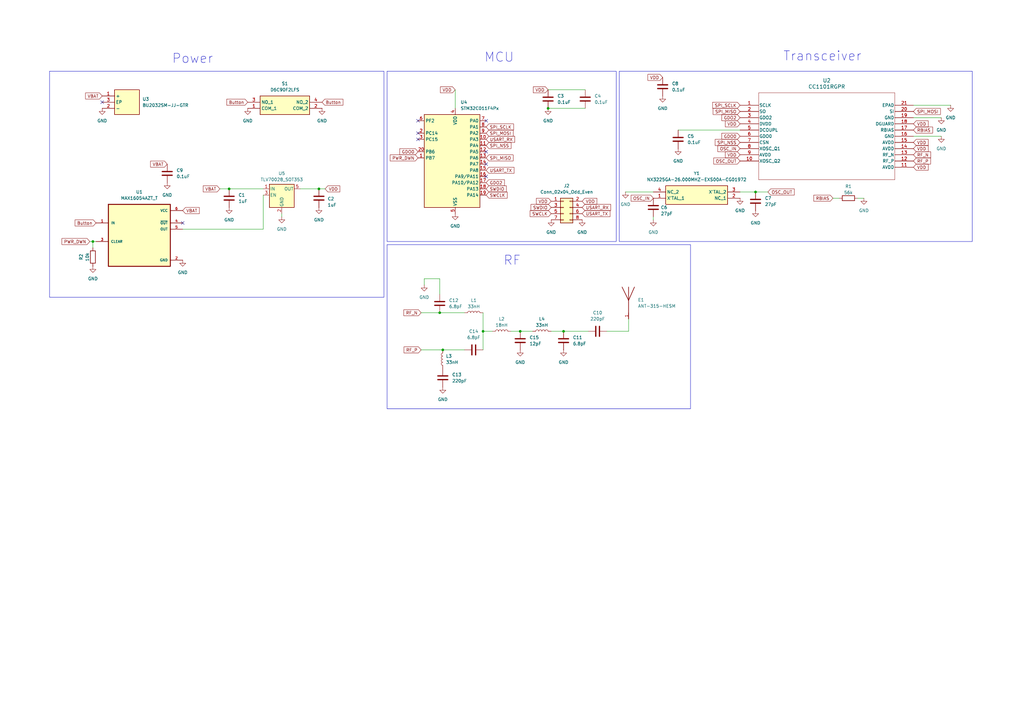
<source format=kicad_sch>
(kicad_sch (version 20231120) (generator "eeschema") (generator_version "8.0")
  (paper "A3")
  (lib_symbols
    (symbol "ANT-315-HESM:ANT-315-HESM" (pin_names (offset 1.016))
      (property "Reference" "E" (at 2.8004 5.8496 0))
      (property "Value" "ANT-315-HESM" (at 2.6732 3.813 0))
      (symbol "ANT-315-HESM_0_0"
        (polyline (pts (xy 0 2.54) (xy -2.667 8.001)) (stroke (width 0.254)))
        (polyline (pts (xy 0 2.54) (xy 0 -5.08)) (stroke (width 0.254)))
        (polyline (pts (xy 0 8.001) (xy 0 2.54)) (stroke (width 0.254)))
        (polyline (pts (xy 2.413 8.001) (xy 0 2.54)) (stroke (width 0.254)))
        (pin input line (at 0 -5.08 90) (length 2.54) (name "~") (number "1"))
      )
    )
    (symbol "CC1101:CC1101RGPR" (pin_names (offset 0.254))
      (property "Reference" "U" (at 35.56 10.16 0))
      (property "Value" "CC1101RGPR" (at 35.56 7.62 0))
      (symbol "CC1101RGPR_0_1"
        (polyline (pts (xy 7.62 -30.48) (xy 63.5 -30.48)) (stroke (width 0.127)))
        (polyline (pts (xy 7.62 5.08) (xy 7.62 -30.48)) (stroke (width 0.127)))
        (polyline (pts (xy 63.5 -30.48) (xy 63.5 5.08)) (stroke (width 0.127)))
        (polyline (pts (xy 63.5 5.08) (xy 7.62 5.08)) (stroke (width 0.127)))
        (pin unspecified line (at 0 0 0) (length 7.62) (name "SCLK") (number "1"))
        (pin bidirectional line (at 0 -22.86 0) (length 7.62) (name "XOSC_Q2") (number "10"))
        (pin power_in line (at 71.12 -25.4 180) (length 7.62) (name "AVDD") (number "11"))
        (pin bidirectional line (at 71.12 -22.86 180) (length 7.62) (name "RF_P") (number "12"))
        (pin bidirectional line (at 71.12 -20.32 180) (length 7.62) (name "RF_N") (number "13"))
        (pin power_in line (at 71.12 -17.78 180) (length 7.62) (name "AVDD") (number "14"))
        (pin power_in line (at 71.12 -15.24 180) (length 7.62) (name "AVDD") (number "15"))
        (pin power_in line (at 71.12 -12.7 180) (length 7.62) (name "GND") (number "16"))
        (pin bidirectional line (at 71.12 -10.16 180) (length 7.62) (name "RBIAS") (number "17"))
        (pin power_in line (at 71.12 -7.62 180) (length 7.62) (name "DGUARD") (number "18"))
        (pin power_in line (at 71.12 -5.08 180) (length 7.62) (name "GND") (number "19"))
        (pin output line (at 0 -2.54 0) (length 7.62) (name "SO") (number "2"))
        (pin input line (at 71.12 -2.54 180) (length 7.62) (name "SI") (number "20"))
        (pin power_in line (at 71.12 0 180) (length 7.62) (name "EPAD") (number "21"))
        (pin output line (at 0 -5.08 0) (length 7.62) (name "GDO2") (number "3"))
        (pin power_in line (at 0 -7.62 0) (length 7.62) (name "DVDD") (number "4"))
        (pin power_in line (at 0 -10.16 0) (length 7.62) (name "DCOUPL") (number "5"))
        (pin bidirectional line (at 0 -12.7 0) (length 7.62) (name "GDO0") (number "6"))
        (pin input line (at 0 -15.24 0) (length 7.62) (name "CSN") (number "7"))
        (pin bidirectional line (at 0 -17.78 0) (length 7.62) (name "XOSC_Q1") (number "8"))
        (pin power_in line (at 0 -20.32 0) (length 7.62) (name "AVDD") (number "9"))
      )
    )
    (symbol "Connector_Generic:Conn_02x04_Odd_Even" (pin_names (offset 1.016) hide)
      (property "Reference" "J" (at 1.27 5.08 0))
      (property "Value" "Conn_02x04_Odd_Even" (at 1.27 -7.62 0))
      (symbol "Conn_02x04_Odd_Even_1_1"
        (rectangle (start -1.27 -4.953) (end 0 -5.207) (stroke (width 0.1524)))
        (rectangle (start -1.27 -2.413) (end 0 -2.667) (stroke (width 0.1524)))
        (rectangle (start -1.27 0.127) (end 0 -0.127) (stroke (width 0.1524)))
        (rectangle (start -1.27 2.667) (end 0 2.413) (stroke (width 0.1524)))
        (rectangle (start -1.27 3.81) (end 3.81 -6.35) (stroke (width 0.254)) (fill (type background)))
        (rectangle (start 3.81 -4.953) (end 2.54 -5.207) (stroke (width 0.1524)))
        (rectangle (start 3.81 -2.413) (end 2.54 -2.667) (stroke (width 0.1524)))
        (rectangle (start 3.81 0.127) (end 2.54 -0.127) (stroke (width 0.1524)))
        (rectangle (start 3.81 2.667) (end 2.54 2.413) (stroke (width 0.1524)))
        (pin passive line (at -5.08 2.54 0) (length 3.81) (name "Pin_1") (number "1"))
        (pin passive line (at 7.62 2.54 180) (length 3.81) (name "Pin_2") (number "2"))
        (pin passive line (at -5.08 0 0) (length 3.81) (name "Pin_3") (number "3"))
        (pin passive line (at 7.62 0 180) (length 3.81) (name "Pin_4") (number "4"))
        (pin passive line (at -5.08 -2.54 0) (length 3.81) (name "Pin_5") (number "5"))
        (pin passive line (at 7.62 -2.54 180) (length 3.81) (name "Pin_6") (number "6"))
        (pin passive line (at -5.08 -5.08 0) (length 3.81) (name "Pin_7") (number "7"))
        (pin passive line (at 7.62 -5.08 180) (length 3.81) (name "Pin_8") (number "8"))
      )
    )
    (symbol "Device:C" (pin_numbers hide) (pin_names (offset 0.254))
      (property "Reference" "C" (at 0.635 2.54 0))
      (property "Value" "C" (at 0.635 -2.54 0))
      (symbol "C_0_1"
        (polyline (pts (xy -2.032 -0.762) (xy 2.032 -0.762)) (stroke (width 0.508)))
        (polyline (pts (xy -2.032 0.762) (xy 2.032 0.762)) (stroke (width 0.508)))
      )
      (symbol "C_1_1"
        (pin passive line (at 0 3.81 270) (length 2.794) (name "~") (number "1"))
        (pin passive line (at 0 -3.81 90) (length 2.794) (name "~") (number "2"))
      )
    )
    (symbol "Device:L" (pin_numbers hide) (pin_names (offset 1.016) hide)
      (property "Reference" "L" (at -1.27 0 90))
      (property "Value" "L" (at 1.905 0 90))
      (symbol "L_0_1"
        (arc (start 0 -2.54) (mid 0.6323 -1.905) (end 0 -1.27))
        (arc (start 0 -1.27) (mid 0.6323 -0.635) (end 0 0))
        (arc (start 0 0) (mid 0.6323 0.635) (end 0 1.27))
        (arc (start 0 1.27) (mid 0.6323 1.905) (end 0 2.54))
      )
      (symbol "L_1_1"
        (pin passive line (at 0 3.81 270) (length 1.27) (name "1") (number "1"))
        (pin passive line (at 0 -3.81 90) (length 1.27) (name "2") (number "2"))
      )
    )
    (symbol "Device:R" (pin_numbers hide) (pin_names (offset 0))
      (property "Reference" "R" (at 2.032 0 90))
      (property "Value" "R" (at 0 0 90))
      (symbol "R_0_1"
        (rectangle (start -1.016 -2.54) (end 1.016 2.54) (stroke (width 0.254)))
      )
      (symbol "R_1_1"
        (pin passive line (at 0 3.81 270) (length 1.27) (name "~") (number "1"))
        (pin passive line (at 0 -3.81 90) (length 1.27) (name "~") (number "2"))
      )
    )
    (symbol "MAX16054:MAX16054AZT_T" (pin_names (offset 1.016))
      (property "Reference" "U" (at -12.7 13.7 0))
      (property "Value" "MAX16054AZT_T" (at -12.7 -16.7 0))
      (symbol "MAX16054AZT_T_0_0"
        (rectangle (start -12.7 -12.7) (end 12.7 12.7) (stroke (width 0.41)) (fill (type background)))
        (pin input line (at -17.78 5.08 0) (length 5.08) (name "IN") (number "1"))
        (pin power_in line (at 17.78 -10.16 180) (length 5.08) (name "GND") (number "2"))
        (pin bidirectional line (at -17.78 -2.54 0) (length 5.08) (name "CLEAR") (number "3"))
        (pin output line (at 17.78 5.08 180) (length 5.08) (name "~{OUT}") (number "4"))
        (pin output line (at 17.78 2.54 180) (length 5.08) (name "OUT") (number "5"))
        (pin power_in line (at 17.78 10.16 180) (length 5.08) (name "VCC") (number "6"))
      )
    )
    (symbol "MCU_ST_STM32C0:STM32C011F4Px"
      (property "Reference" "U" (at -10.16 21.59 0))
      (property "Value" "STM32C011F4Px" (at 5.08 21.59 0))
      (symbol "STM32C011F4Px_0_1"
        (rectangle (start -10.16 -17.78) (end 12.7 20.32) (stroke (width 0.254)) (fill (type background)))
      )
      (symbol "STM32C011F4Px_1_1"
        (pin bidirectional line (at -12.7 2.54 0) (length 2.54) (name "PB7") (number "1"))
        (pin bidirectional line (at 15.24 10.16 180) (length 2.54) (name "PA3") (number "10"))
        (pin bidirectional line (at 15.24 7.62 180) (length 2.54) (name "PA4") (number "11"))
        (pin bidirectional line (at 15.24 5.08 180) (length 2.54) (name "PA5") (number "12"))
        (pin bidirectional line (at 15.24 2.54 180) (length 2.54) (name "PA6") (number "13"))
        (pin bidirectional line (at 15.24 0 180) (length 2.54) (name "PA7") (number "14"))
        (pin bidirectional line (at 15.24 -2.54 180) (length 2.54) (name "PA8") (number "15"))
        (pin bidirectional line (at 15.24 -5.08 180) (length 2.54) (name "PA9/PA11") (number "16"))
        (pin bidirectional line (at 15.24 -7.62 180) (length 2.54) (name "PA10/PA12") (number "17"))
        (pin bidirectional line (at 15.24 -10.16 180) (length 2.54) (name "PA13") (number "18"))
        (pin bidirectional line (at 15.24 -12.7 180) (length 2.54) (name "PA14") (number "19"))
        (pin bidirectional line (at -12.7 12.7 0) (length 2.54) (name "PC14") (number "2"))
        (pin bidirectional line (at -12.7 5.08 0) (length 2.54) (name "PB6") (number "20"))
        (pin bidirectional line (at -12.7 10.16 0) (length 2.54) (name "PC15") (number "3"))
        (pin power_in line (at 2.54 22.86 270) (length 2.54) (name "VDD") (number "4"))
        (pin power_in line (at 2.54 -20.32 90) (length 2.54) (name "VSS") (number "5"))
        (pin bidirectional line (at -12.7 17.78 0) (length 2.54) (name "PF2") (number "6"))
        (pin bidirectional line (at 15.24 17.78 180) (length 2.54) (name "PA0") (number "7"))
        (pin bidirectional line (at 15.24 15.24 180) (length 2.54) (name "PA1") (number "8"))
        (pin bidirectional line (at 15.24 12.7 180) (length 2.54) (name "PA2") (number "9"))
      )
    )
    (symbol "Regulator_Linear:TLV70028_SOT353" (pin_names (offset 0.254))
      (property "Reference" "U" (at -3.81 5.715 0))
      (property "Value" "TLV70028_SOT353" (at 0 5.715 0))
      (symbol "TLV70028_SOT353_0_1"
        (rectangle (start -5.08 4.445) (end 5.08 -5.08) (stroke (width 0.254)) (fill (type background)))
      )
      (symbol "TLV70028_SOT353_1_1"
        (pin power_in line (at -7.62 2.54 0) (length 2.54) (name "IN") (number "1"))
        (pin power_in line (at 0 -7.62 90) (length 2.54) (name "GND") (number "2"))
        (pin input line (at -7.62 0 0) (length 2.54) (name "EN") (number "3"))
        (pin no_connect line (at 5.08 0 180) (length 2.54) hide (name "NC") (number "4"))
        (pin power_out line (at 7.62 2.54 180) (length 2.54) (name "OUT") (number "5"))
      )
    )
    (symbol "SamacSys_Parts:BU2032SM-JJ-GTR"
      (property "Reference" "U" (at 16.51 7.62 0))
      (property "Value" "BU2032SM-JJ-GTR" (at 16.51 5.08 0))
      (symbol "BU2032SM-JJ-GTR_1_1"
        (rectangle (start 5.08 2.54) (end 15.24 -7.62) (stroke (width 0.254)) (fill (type background)))
        (pin passive line (at 0 0 0) (length 5.08) (name "+") (number "1"))
        (pin passive line (at 0 -5.08 0) (length 5.08) (name "-") (number "2"))
        (pin passive line (at 0 -2.54 0) (length 5.08) (name "EP") (number "3"))
      )
    )
    (symbol "SamacSys_Parts:D6C90F2LFS"
      (property "Reference" "S" (at 26.67 7.62 0))
      (property "Value" "D6C90F2LFS" (at 26.67 5.08 0))
      (symbol "D6C90F2LFS_1_1"
        (rectangle (start 5.08 2.54) (end 25.4 -5.08) (stroke (width 0.254)) (fill (type background)))
        (pin passive line (at 0 -2.54 0) (length 5.08) (name "COM_1") (number "1"))
        (pin passive line (at 30.48 -2.54 180) (length 5.08) (name "COM_2") (number "2"))
        (pin passive line (at 0 0 0) (length 5.08) (name "NO_1") (number "3"))
        (pin passive line (at 30.48 0 180) (length 5.08) (name "NO_2") (number "4"))
      )
    )
    (symbol "SamacSys_Parts:NX3225GA-26.000MHZ-EXS00A-CG01972"
      (property "Reference" "Y" (at 31.75 7.62 0))
      (property "Value" "NX3225GA-26.000MHZ-EXS00A-CG01972" (at 31.75 5.08 0))
      (symbol "NX3225GA-26.000MHZ-EXS00A-CG01972_1_1"
        (rectangle (start 5.08 2.54) (end 30.48 -5.08) (stroke (width 0.254)) (fill (type background)))
        (pin passive line (at 0 -2.54 0) (length 5.08) (name "X'TAL_1") (number "1"))
        (pin passive line (at 35.56 -2.54 180) (length 5.08) (name "NC_1") (number "2"))
        (pin passive line (at 35.56 0 180) (length 5.08) (name "X'TAL_2") (number "3"))
        (pin passive line (at 0 0 0) (length 5.08) (name "NC_2") (number "4"))
      )
    )
    (symbol "power:GND" (power) (pin_numbers hide) (pin_names (offset 0) hide)
      (property "Value" "GND" (at 0 -3.81 0))
      (symbol "GND_0_1"
        (polyline (pts (xy 0 0) (xy 0 -1.27) (xy 1.27 -1.27) (xy 0 -2.54) (xy -1.27 -1.27) (xy 0 -1.27)))
      )
      (symbol "GND_1_1"
        (pin power_in line (at 0 0 270) (length 0) (name "~") (number "1"))
      )
    )
  )
  (junction (at 130.81 77.47))
  (junction (at 38.1 99.06))
  (junction (at 180.34 128.27))
  (junction (at 309.88 78.74))
  (junction (at 198.12 135.89))
  (junction (at 231.14 135.89))
  (junction (at 93.98 77.47))
  (junction (at 224.79 44.45))
  (junction (at 213.36 135.89))
  (junction (at 181.61 143.51))
  (no_connect (at 171.45 54.61))
  (no_connect (at 171.45 57.15))
  (no_connect (at 199.39 67.31))
  (no_connect (at 199.39 62.23))
  (no_connect (at 199.39 72.39))
  (no_connect (at 74.93 91.44))
  (no_connect (at 171.45 49.53))
  (no_connect (at 199.39 49.53))
  (no_connect (at 41.91 41.91))
  (wire (pts (xy 133.35 77.47) (xy 130.81 77.47)))
  (wire (pts (xy 93.98 77.47) (xy 107.95 77.47)))
  (wire (pts (xy 172.72 128.27) (xy 180.34 128.27)))
  (wire (pts (xy 38.1 101.6) (xy 38.1 99.06)))
  (wire (pts (xy 198.12 135.89) (xy 198.12 143.51)))
  (wire (pts (xy 374.65 48.26) (xy 386.08 48.26)))
  (wire (pts (xy 213.36 135.89) (xy 218.44 135.89)))
  (wire (pts (xy 173.99 114.3) (xy 173.99 116.84)))
  (wire (pts (xy 36.83 99.06) (xy 38.1 99.06)))
  (wire (pts (xy 123.19 77.47) (xy 130.81 77.47)))
  (wire (pts (xy 344.17 81.28) (xy 341.63 81.28)))
  (wire (pts (xy 303.53 78.74) (xy 309.88 78.74)))
  (wire (pts (xy 180.34 114.3) (xy 180.34 120.65)))
  (wire (pts (xy 107.95 80.01) (xy 107.95 93.98)))
  (wire (pts (xy 248.92 135.89) (xy 257.81 135.89)))
  (wire (pts (xy 226.06 135.89) (xy 231.14 135.89)))
  (wire (pts (xy 257.81 135.89) (xy 257.81 130.81)))
  (wire (pts (xy 351.79 81.28) (xy 354.33 81.28)))
  (wire (pts (xy 224.79 44.45) (xy 240.03 44.45)))
  (wire (pts (xy 278.13 53.34) (xy 303.53 53.34)))
  (wire (pts (xy 172.72 143.51) (xy 181.61 143.51)))
  (wire (pts (xy 224.79 36.83) (xy 240.03 36.83)))
  (wire (pts (xy 90.17 77.47) (xy 93.98 77.47)))
  (wire (pts (xy 198.12 135.89) (xy 201.93 135.89)))
  (wire (pts (xy 198.12 128.27) (xy 198.12 135.89)))
  (wire (pts (xy 180.34 128.27) (xy 190.5 128.27)))
  (wire (pts (xy 267.97 88.9) (xy 267.97 90.17)))
  (wire (pts (xy 309.88 78.74) (xy 314.96 78.74)))
  (wire (pts (xy 374.65 43.18) (xy 389.89 43.18)))
  (wire (pts (xy 231.14 135.89) (xy 241.3 135.89)))
  (wire (pts (xy 181.61 143.51) (xy 190.5 143.51)))
  (wire (pts (xy 38.1 99.06) (xy 39.37 99.06)))
  (wire (pts (xy 186.69 36.83) (xy 186.69 44.45)))
  (wire (pts (xy 107.95 93.98) (xy 74.93 93.98)))
  (wire (pts (xy 209.55 135.89) (xy 213.36 135.89)))
  (wire (pts (xy 115.57 88.9) (xy 115.57 87.63)))
  (wire (pts (xy 173.99 114.3) (xy 180.34 114.3)))
  (wire (pts (xy 374.65 55.88) (xy 386.08 55.88)))
  (wire (pts (xy 256.54 78.74) (xy 267.97 78.74)))
  (rectangle (start 254 29.21) (end 398.78 99.06))
  (rectangle (start 20.32 29.21) (end 157.48 121.92))
  (rectangle (start 158.75 100.33) (end 283.21 167.64))
  (rectangle (start 158.75 29.21) (end 252.73 99.06))
  (text "Power" (at 78.994 24.13 0) (effects (font (size 3.81 3.81))))
  (text "MCU\n" (at 204.724 23.622 0) (effects (font (size 3.81 3.81))))
  (text "Transceiver" (at 337.312 23.114 0) (effects (font (size 3.81 3.81))))
  (text "RF" (at 210.058 106.934 0) (effects (font (size 3.81 3.81))))
  (global_label "SPI_MISO" (shape input) (at 303.53 45.72 180) (property "Intersheetrefs" "${INTERSHEET_REFS}" (effects (hide yes))))
  (global_label "GDO2" (shape input) (at 303.53 48.26 180) (property "Intersheetrefs" "${INTERSHEET_REFS}" (effects (hide yes))))
  (global_label "Button" (shape input) (at 132.08 41.91 0) (property "Intersheetrefs" "${INTERSHEET_REFS}" (effects (hide yes))))
  (global_label "VDD" (shape input) (at 374.65 68.58 0) (property "Intersheetrefs" "${INTERSHEET_REFS}" (effects (hide yes))))
  (global_label "Button" (shape input) (at 101.6 41.91 180) (property "Intersheetrefs" "${INTERSHEET_REFS}" (effects (hide yes))))
  (global_label "SWDIO" (shape input) (at 226.06 85.09 180) (property "Intersheetrefs" "${INTERSHEET_REFS}" (effects (hide yes))))
  (global_label "RBIAS" (shape input) (at 341.63 81.28 180) (property "Intersheetrefs" "${INTERSHEET_REFS}" (effects (hide yes))))
  (global_label "VDD" (shape input) (at 224.79 36.83 180) (property "Intersheetrefs" "${INTERSHEET_REFS}" (effects (hide yes))))
  (global_label "OSC_IN" (shape input) (at 303.53 60.96 180) (property "Intersheetrefs" "${INTERSHEET_REFS}" (effects (hide yes))))
  (global_label "VDD" (shape input) (at 374.65 60.96 0) (property "Intersheetrefs" "${INTERSHEET_REFS}" (effects (hide yes))))
  (global_label "VBAT" (shape input) (at 41.91 39.37 180) (property "Intersheetrefs" "${INTERSHEET_REFS}" (effects (hide yes))))
  (global_label "SPI_NSS" (shape input) (at 199.39 59.69 0) (property "Intersheetrefs" "${INTERSHEET_REFS}" (effects (hide yes))))
  (global_label "SPI_MISO" (shape input) (at 199.39 64.77 0) (property "Intersheetrefs" "${INTERSHEET_REFS}" (effects (hide yes))))
  (global_label "VBAT" (shape input) (at 68.58 67.31 180) (property "Intersheetrefs" "${INTERSHEET_REFS}" (effects (hide yes))))
  (global_label "VDD" (shape input) (at 303.53 63.5 180) (property "Intersheetrefs" "${INTERSHEET_REFS}" (effects (hide yes))))
  (global_label "OSC_IN" (shape input) (at 267.97 81.28 180) (property "Intersheetrefs" "${INTERSHEET_REFS}" (effects (hide yes))))
  (global_label "USART_RX" (shape input) (at 238.76 85.09 0) (property "Intersheetrefs" "${INTERSHEET_REFS}" (effects (hide yes))))
  (global_label "SPI_NSS" (shape input) (at 303.53 58.42 180) (property "Intersheetrefs" "${INTERSHEET_REFS}" (effects (hide yes))))
  (global_label "USART_RX" (shape input) (at 199.39 57.15 0) (property "Intersheetrefs" "${INTERSHEET_REFS}" (effects (hide yes))))
  (global_label "PWR_DWN" (shape input) (at 171.45 64.77 180) (property "Intersheetrefs" "${INTERSHEET_REFS}" (effects (hide yes))))
  (global_label "RBIAS" (shape input) (at 374.65 53.34 0) (property "Intersheetrefs" "${INTERSHEET_REFS}" (effects (hide yes))))
  (global_label "RF_P" (shape input) (at 172.72 143.51 180) (property "Intersheetrefs" "${INTERSHEET_REFS}" (effects (hide yes))))
  (global_label "VDD" (shape input) (at 238.76 82.55 0) (property "Intersheetrefs" "${INTERSHEET_REFS}" (effects (hide yes))))
  (global_label "VDD" (shape input) (at 133.35 77.47 0) (property "Intersheetrefs" "${INTERSHEET_REFS}" (effects (hide yes))))
  (global_label "VDD" (shape input) (at 374.65 58.42 0) (property "Intersheetrefs" "${INTERSHEET_REFS}" (effects (hide yes))))
  (global_label "VDD" (shape input) (at 374.65 50.8 0) (property "Intersheetrefs" "${INTERSHEET_REFS}" (effects (hide yes))))
  (global_label "GDO0" (shape input) (at 171.45 62.23 180) (property "Intersheetrefs" "${INTERSHEET_REFS}" (effects (hide yes))))
  (global_label "RF_N" (shape input) (at 172.72 128.27 180) (property "Intersheetrefs" "${INTERSHEET_REFS}" (effects (hide yes))))
  (global_label "VBAT" (shape input) (at 90.17 77.47 180) (property "Intersheetrefs" "${INTERSHEET_REFS}" (effects (hide yes))))
  (global_label "RF_P" (shape input) (at 374.65 66.04 0) (property "Intersheetrefs" "${INTERSHEET_REFS}" (effects (hide yes))))
  (global_label "USART_TX" (shape input) (at 238.76 87.63 0) (property "Intersheetrefs" "${INTERSHEET_REFS}" (effects (hide yes))))
  (global_label "GDO2" (shape input) (at 199.39 74.93 0) (property "Intersheetrefs" "${INTERSHEET_REFS}" (effects (hide yes))))
  (global_label "PWR_DWN" (shape input) (at 36.83 99.06 180) (property "Intersheetrefs" "${INTERSHEET_REFS}" (effects (hide yes))))
  (global_label "VDD" (shape input) (at 226.06 82.55 180) (property "Intersheetrefs" "${INTERSHEET_REFS}" (effects (hide yes))))
  (global_label "SWDIO" (shape input) (at 199.39 77.47 0) (property "Intersheetrefs" "${INTERSHEET_REFS}" (effects (hide yes))))
  (global_label "VDD" (shape input) (at 303.53 50.8 180) (property "Intersheetrefs" "${INTERSHEET_REFS}" (effects (hide yes))))
  (global_label "USART_TX" (shape input) (at 199.39 69.85 0) (property "Intersheetrefs" "${INTERSHEET_REFS}" (effects (hide yes))))
  (global_label "SPI_SCLK" (shape input) (at 199.39 52.07 0) (property "Intersheetrefs" "${INTERSHEET_REFS}" (effects (hide yes))))
  (global_label "VBAT" (shape input) (at 74.93 86.36 0) (property "Intersheetrefs" "${INTERSHEET_REFS}" (effects (hide yes))))
  (global_label "VDD" (shape input) (at 271.78 31.75 180) (property "Intersheetrefs" "${INTERSHEET_REFS}" (effects (hide yes))))
  (global_label "RF_N" (shape input) (at 374.65 63.5 0) (property "Intersheetrefs" "${INTERSHEET_REFS}" (effects (hide yes))))
  (global_label "SPI_MOSI" (shape input) (at 199.39 54.61 0) (property "Intersheetrefs" "${INTERSHEET_REFS}" (effects (hide yes))))
  (global_label "OSC_OUT" (shape input) (at 303.53 66.04 180) (property "Intersheetrefs" "${INTERSHEET_REFS}" (effects (hide yes))))
  (global_label "SPI_SCLK" (shape input) (at 303.53 43.18 180) (property "Intersheetrefs" "${INTERSHEET_REFS}" (effects (hide yes))))
  (global_label "VDD" (shape input) (at 186.69 36.83 180) (property "Intersheetrefs" "${INTERSHEET_REFS}" (effects (hide yes))))
  (global_label "GDO0" (shape input) (at 303.53 55.88 180) (property "Intersheetrefs" "${INTERSHEET_REFS}" (effects (hide yes))))
  (global_label "Button" (shape input) (at 39.37 91.44 180) (property "Intersheetrefs" "${INTERSHEET_REFS}" (effects (hide yes))))
  (global_label "SPI_MOSI" (shape input) (at 374.65 45.72 0) (property "Intersheetrefs" "${INTERSHEET_REFS}" (effects (hide yes))))
  (global_label "SWCLK" (shape input) (at 199.39 80.01 0) (property "Intersheetrefs" "${INTERSHEET_REFS}" (effects (hide yes))))
  (global_label "OSC_OUT" (shape input) (at 314.96 78.74 0) (property "Intersheetrefs" "${INTERSHEET_REFS}" (effects (hide yes))))
  (global_label "SWCLK" (shape input) (at 226.06 87.63 180) (property "Intersheetrefs" "${INTERSHEET_REFS}" (effects (hide yes))))
  (symbol (lib_id "SamacSys_Parts:BU2032SM-JJ-GTR") (at 41.91 39.37 0) (unit 1)
    (property "Reference" "U3" (at 58.42 40.6399 0) (effects (justify left)))
    (property "Value" "BU2032SM-JJ-GTR" (at 58.42 43.1799 0) (effects (justify left)))
    (property "Footprint" "SamacSys_Parts:BU2032SMJJGTR" (effects (hide yes)))
    (property "Datasheet" "https://datasheet.datasheetarchive.com/originals/dk/DKDS-14/278680.pdf" (effects (hide yes)))
    (property "Description" "BATTERY HOLDER COIN 20MM SMD" (effects (hide yes)))
    (property "Height" "5.8" (effects (hide yes)))
    (property "Manufacturer_Name" "Memory Protection Devices" (effects (hide yes)))
    (property "Manufacturer_Part_Number" "BU2032SM-JJ-GTR" (effects (hide yes)))
  )
  (symbol (lib_id "power:GND") (at 389.89 43.18 0) (unit 1)
    (property "Reference" "#PWR016" (effects (hide yes)))
    (property "Value" "GND" (at 389.89 48.26 0))
    (property "Description" "Power symbol creates a global label with name \"GND\" , ground" (effects (hide yes)))
  )
  (symbol (lib_id "SamacSys_Parts:D6C90F2LFS") (at 101.6 41.91 0) (unit 1)
    (property "Reference" "S1" (at 116.84 34.29 0))
    (property "Value" "D6C90F2LFS" (at 116.84 36.83 0))
    (property "Footprint" "SamacSys_Parts:D6C90F2LFS" (effects (hide yes)))
    (property "Datasheet" "https://www.ckswitches.com/media/1341/d6.pdf" (effects (hide yes)))
    (property "Description" "Pushbutton Switches Key Switch N.O. SPDT 100 mA" (effects (hide yes)))
    (property "Height" "11.3" (effects (hide yes)))
    (property "Manufacturer_Name" "C & K COMPONENTS" (effects (hide yes)))
    (property "Manufacturer_Part_Number" "D6C90F2LFS" (effects (hide yes)))
    (property "Mouser Part Number" "611-D6C90F2LFS" (effects (hide yes)))
    (property "Mouser Price/Stock" "https://www.mouser.co.uk/ProductDetail/CK/D6C90F2LFS?qs=sb%252But3Lm4x04fgFSphkl1Q%3D%3D" (effects (hide yes)))
  )
  (symbol (lib_id "Connector_Generic:Conn_02x04_Odd_Even") (at 231.14 85.09 0) (unit 1)
    (property "Reference" "J2" (at 232.41 76.2 0))
    (property "Value" "Conn_02x04_Odd_Even" (at 232.41 78.74 0))
    (property "Footprint" "Connector_PinSocket_2.54mm:PinSocket_2x04_P2.54mm_Vertical" (effects (hide yes)))
    (property "Description" "Generic connector, double row, 02x04, odd/even pin numbering scheme (row 1 odd numbers, row 2 even numbers), script generated (kicad-library-utils/schlib/autogen/connector/)" (effects (hide yes)))
  )
  (symbol (lib_id "power:GND") (at 41.91 44.45 0) (unit 1)
    (property "Reference" "#PWR01" (effects (hide yes)))
    (property "Value" "GND" (at 41.91 49.53 0))
    (property "Description" "Power symbol creates a global label with name \"GND\" , ground" (effects (hide yes)))
  )
  (symbol (lib_id "Device:L") (at 181.61 147.32 180) (unit 1)
    (property "Reference" "L3" (at 182.88 146.0499 0) (effects (justify right)))
    (property "Value" "33nH" (at 182.88 148.5899 0) (effects (justify right)))
    (property "Footprint" "Inductor_SMD:L_0603_1608Metric" (effects (hide yes)))
    (property "Description" "Inductor" (effects (hide yes)))
  )
  (symbol (lib_id "Device:C") (at 271.78 35.56 0) (unit 1)
    (property "Reference" "C8" (at 275.59 34.2899 0) (effects (justify left)))
    (property "Value" "0.1uF" (at 275.59 36.8299 0) (effects (justify left)))
    (property "Footprint" "Capacitor_SMD:C_0603_1608Metric" (effects (hide yes)))
    (property "Description" "Unpolarized capacitor" (effects (hide yes)))
  )
  (symbol (lib_id "Device:C") (at 240.03 40.64 0) (unit 1)
    (property "Reference" "C4" (at 243.84 39.3699 0) (effects (justify left)))
    (property "Value" "0.1uF" (at 243.84 41.9099 0) (effects (justify left)))
    (property "Footprint" "Capacitor_SMD:C_0603_1608Metric" (effects (hide yes)))
    (property "Description" "Unpolarized capacitor" (effects (hide yes)))
  )
  (symbol (lib_id "power:GND") (at 68.58 74.93 0) (unit 1)
    (property "Reference" "#PWR02" (effects (hide yes)))
    (property "Value" "GND" (at 68.58 80.01 0))
    (property "Description" "Power symbol creates a global label with name \"GND\" , ground" (effects (hide yes)))
  )
  (symbol (lib_id "power:GND") (at 101.6 44.45 0) (unit 1)
    (property "Reference" "#PWR03" (effects (hide yes)))
    (property "Value" "GND" (at 101.6 49.53 0))
    (property "Description" "Power symbol creates a global label with name \"GND\" , ground" (effects (hide yes)))
  )
  (symbol (lib_id "MAX16054:MAX16054AZT_T") (at 57.15 96.52 0) (unit 1)
    (property "Reference" "U1" (at 57.15 78.74 0))
    (property "Value" "MAX16054AZT_T" (at 57.15 81.28 0))
    (property "Footprint" "MAX16054AZT_T:SOT95P275X110-6N" (effects (hide yes)))
  )
  (symbol (lib_id "Device:R") (at 38.1 105.41 180) (unit 1)
    (property "Reference" "R2" (at 33.274 105.41 90))
    (property "Value" "10k" (at 35.814 105.41 90))
    (property "Footprint" "Inductor_SMD:L_0603_1608Metric" (effects (hide yes)))
    (property "Description" "Resistor" (effects (hide yes)))
  )
  (symbol (lib_id "Device:R") (at 347.98 81.28 90) (unit 1)
    (property "Reference" "R1" (at 347.98 76.454 90))
    (property "Value" "56k" (at 347.98 78.994 90))
    (property "Footprint" "Inductor_SMD:L_0603_1608Metric" (effects (hide yes)))
    (property "Description" "Resistor" (effects (hide yes)))
  )
  (symbol (lib_id "power:GND") (at 132.08 44.45 0) (unit 1)
    (property "Reference" "#PWR04" (effects (hide yes)))
    (property "Value" "GND" (at 132.08 49.53 0))
    (property "Description" "Power symbol creates a global label with name \"GND\" , ground" (effects (hide yes)))
  )
  (symbol (lib_id "Device:C") (at 180.34 124.46 180) (unit 1)
    (property "Reference" "C12" (at 184.15 123.1899 0) (effects (justify right)))
    (property "Value" "6.8pF" (at 184.15 125.7299 0) (effects (justify right)))
    (property "Footprint" "Capacitor_SMD:C_0603_1608Metric" (effects (hide yes)))
    (property "Description" "Unpolarized capacitor" (effects (hide yes)))
  )
  (symbol (lib_id "power:GND") (at 386.08 55.88 0) (unit 1)
    (property "Reference" "#PWR013" (effects (hide yes)))
    (property "Value" "GND" (at 386.08 60.96 0))
    (property "Description" "Power symbol creates a global label with name \"GND\" , ground" (effects (hide yes)))
  )
  (symbol (lib_id "power:GND") (at 238.76 90.17 0) (unit 1)
    (property "Reference" "#PWR09" (effects (hide yes)))
    (property "Value" "GND" (at 238.76 95.25 0))
    (property "Description" "Power symbol creates a global label with name \"GND\" , ground" (effects (hide yes)))
  )
  (symbol (lib_id "power:GND") (at 231.14 143.51 0) (unit 1)
    (property "Reference" "#PWR024" (effects (hide yes)))
    (property "Value" "GND" (at 231.14 148.59 0))
    (property "Description" "Power symbol creates a global label with name \"GND\" , ground" (effects (hide yes)))
  )
  (symbol (lib_id "Device:C") (at 68.58 71.12 0) (unit 1)
    (property "Reference" "C9" (at 72.39 69.8499 0) (effects (justify left)))
    (property "Value" "0.1uF" (at 72.39 72.3899 0) (effects (justify left)))
    (property "Footprint" "Capacitor_SMD:C_0603_1608Metric" (effects (hide yes)))
    (property "Description" "Unpolarized capacitor" (effects (hide yes)))
  )
  (symbol (lib_id "power:GND") (at 186.69 87.63 0) (unit 1)
    (property "Reference" "#PWR011" (effects (hide yes)))
    (property "Value" "GND" (at 186.69 92.71 0))
    (property "Description" "Power symbol creates a global label with name \"GND\" , ground" (effects (hide yes)))
  )
  (symbol (lib_id "power:GND") (at 173.99 116.84 0) (unit 1)
    (property "Reference" "#PWR021" (effects (hide yes)))
    (property "Value" "GND" (at 173.99 121.92 0))
    (property "Description" "Power symbol creates a global label with name \"GND\" , ground" (effects (hide yes)))
  )
  (symbol (lib_id "power:GND") (at 303.53 81.28 0) (unit 1)
    (property "Reference" "#PWR025" (effects (hide yes)))
    (property "Value" "GND" (at 303.53 86.36 0))
    (property "Description" "Power symbol creates a global label with name \"GND\" , ground" (effects (hide yes)))
  )
  (symbol (lib_id "Device:C") (at 231.14 139.7 180) (unit 1)
    (property "Reference" "C11" (at 234.95 138.4299 0) (effects (justify right)))
    (property "Value" "6.8pF" (at 234.95 140.9699 0) (effects (justify right)))
    (property "Footprint" "Capacitor_SMD:C_0603_1608Metric" (effects (hide yes)))
    (property "Description" "Unpolarized capacitor" (effects (hide yes)))
  )
  (symbol (lib_id "SamacSys_Parts:NX3225GA-26.000MHZ-EXS00A-CG01972") (at 267.97 78.74 0) (unit 1)
    (property "Reference" "Y1" (at 285.75 71.12 0))
    (property "Value" "NX3225GA-26.000MHZ-EXS00A-CG01972" (at 285.75 73.66 0))
    (property "Footprint" "SamacSys_Parts:NX3225GA16000MSTDCRG1" (effects (hide yes)))
    (property "Datasheet" "https://media.digikey.com/pdf/Data%20Sheets/NDK%20PDFs/NX3225GA.pdf" (effects (hide yes)))
    (property "Description" "Crystals CRYSTAL 26MHZ 10PF SMD" (effects (hide yes)))
    (property "Height" "0.9" (effects (hide yes)))
    (property "Mouser Part Number" "344-NX3225GA26MHZEXS" (effects (hide yes)))
    (property "Mouser Price/Stock" "https://www.mouser.co.uk/ProductDetail/NDK/NX3225GA-26.000MHZ-EXS00A-CG01972?qs=55YtniHzbhDzlu7sK5skMA%3D%3D" (effects (hide yes)))
    (property "Manufacturer_Name" "NDK" (effects (hide yes)))
    (property "Manufacturer_Part_Number" "NX3225GA-26.000MHZ-EXS00A-CG01972" (effects (hide yes)))
  )
  (symbol (lib_id "ANT-315-HESM:ANT-315-HESM") (at 257.81 125.73 0) (unit 1)
    (property "Reference" "E1" (at 261.62 122.9994 0) (effects (justify left)))
    (property "Value" "ANT-315-HESM" (at 261.62 125.5394 0) (effects (justify left)))
    (property "Footprint" "ANT-315-HESM:XDCR_ANT-315-HESM" (effects (hide yes)))
    (property "MF" "Linx" (effects (hide yes)))
    (property "MAXIMUM_PACKAGE_HEIGHT" "9.1 mm" (effects (hide yes)))
    (property "Package" "None" (effects (hide yes)))
    (property "Price" "None" (effects (hide yes)))
    (property "Check_prices" "https://www.snapeda.com/parts/ANT-315-HESM/Linx/view-part/?ref=eda" (effects (hide yes)))
    (property "STANDARD" "Manufacturer Recommendations" (effects (hide yes)))
    (property "PARTREV" "B" (effects (hide yes)))
    (property "SnapEDA_Link" "https://www.snapeda.com/parts/ANT-315-HESM/Linx/view-part/?ref=snap" (effects (hide yes)))
    (property "MP" "ANT-315-HESM" (effects (hide yes)))
    (property "Description_1" "\n315MHz Alarms, ISM, Remote Control, Security Systems Helical RF Antenna 305MHz ~ 325MHz Solder Surface Mount\n" (effects (hide yes)))
    (property "Availability" "In Stock" (effects (hide yes)))
    (property "MANUFACTURER" "Linx" (effects (hide yes)))
  )
  (symbol (lib_id "Device:C") (at 278.13 57.15 0) (unit 1)
    (property "Reference" "C5" (at 281.94 55.8799 0) (effects (justify left)))
    (property "Value" "0.1uF" (at 281.94 58.4199 0) (effects (justify left)))
    (property "Footprint" "Capacitor_SMD:C_0603_1608Metric" (effects (hide yes)))
    (property "Description" "Unpolarized capacitor" (effects (hide yes)))
  )
  (symbol (lib_id "power:GND") (at 267.97 90.17 0) (unit 1)
    (property "Reference" "#PWR017" (effects (hide yes)))
    (property "Value" "GND" (at 267.97 95.25 0))
    (property "Description" "Power symbol creates a global label with name \"GND\" , ground" (effects (hide yes)))
  )
  (symbol (lib_id "MCU_ST_STM32C0:STM32C011F4Px") (at 184.15 67.31 0) (unit 1)
    (property "Reference" "U4" (at 188.8841 41.91 0) (effects (justify left)))
    (property "Value" "STM32C011F4Px" (at 188.8841 44.45 0) (effects (justify left)))
    (property "Footprint" "Package_SO:TSSOP-20_4.4x6.5mm_P0.65mm" (effects (hide yes)))
    (property "Datasheet" "https://www.st.com/resource/en/datasheet/stm32c011f4.pdf" (effects (hide yes)))
    (property "Description" "STMicroelectronics Arm Cortex-M0+ MCU, 16KB flash, 6KB RAM, 48 MHz, 2.0-3.6V, 18 GPIO, TSSOP20" (effects (hide yes)))
  )
  (symbol (lib_id "Device:C") (at 224.79 40.64 0) (unit 1)
    (property "Reference" "C3" (at 228.6 39.3699 0) (effects (justify left)))
    (property "Value" "0.1uF" (at 228.6 41.9099 0) (effects (justify left)))
    (property "Footprint" "Capacitor_SMD:C_0603_1608Metric" (effects (hide yes)))
    (property "Description" "Unpolarized capacitor" (effects (hide yes)))
  )
  (symbol (lib_id "power:GND") (at 115.57 88.9 0) (unit 1)
    (property "Reference" "#PWR05" (effects (hide yes)))
    (property "Value" "GND" (at 115.57 93.98 0))
    (property "Description" "Power symbol creates a global label with name \"GND\" , ground" (effects (hide yes)))
  )
  (symbol (lib_id "Regulator_Linear:TLV70028_SOT353") (at 115.57 80.01 0) (unit 1)
    (property "Reference" "U5" (at 115.57 71.12 0))
    (property "Value" "TLV70028_SOT353" (at 115.57 73.66 0))
    (property "Footprint" "Package_TO_SOT_SMD:SOT-353_SC-70-5" (effects (hide yes)))
    (property "Datasheet" "http://www.ti.com/lit/ds/symlink/tlv700.pdf" (effects (hide yes)))
    (property "Description" "200mA Low Dropout Voltage Regulator, Fixed Output 2.8V, SC70-5" (effects (hide yes)))
  )
  (symbol (lib_id "power:GND") (at 271.78 39.37 0) (unit 1)
    (property "Reference" "#PWR019" (effects (hide yes)))
    (property "Value" "GND" (at 271.78 44.45 0))
    (property "Description" "Power symbol creates a global label with name \"GND\" , ground" (effects (hide yes)))
  )
  (symbol (lib_id "power:GND") (at 309.88 86.36 0) (unit 1)
    (property "Reference" "#PWR018" (effects (hide yes)))
    (property "Value" "GND" (at 309.88 91.44 0))
    (property "Description" "Power symbol creates a global label with name \"GND\" , ground" (effects (hide yes)))
  )
  (symbol (lib_id "Device:C") (at 130.81 81.28 0) (unit 1)
    (property "Reference" "C2" (at 134.366 81.534 0) (effects (justify left)))
    (property "Value" "1uF" (at 134.366 84.074 0) (effects (justify left)))
    (property "Footprint" "Capacitor_SMD:C_0603_1608Metric" (effects (hide yes)))
    (property "Description" "Unpolarized capacitor" (effects (hide yes)))
  )
  (symbol (lib_id "Device:C") (at 267.97 85.09 0) (unit 1)
    (property "Reference" "C6" (at 271.018 85.09 0) (effects (justify left)))
    (property "Value" "27pF" (at 271.018 87.63 0) (effects (justify left)))
    (property "Footprint" "Capacitor_SMD:C_0603_1608Metric" (effects (hide yes)))
    (property "Description" "Unpolarized capacitor" (effects (hide yes)))
  )
  (symbol (lib_id "CC1101:CC1101RGPR") (at 303.53 43.18 0) (unit 1)
    (property "Reference" "U2" (at 339.09 33.02 0) (effects (font (size 1.524 1.524))))
    (property "Value" "CC1101RGPR" (at 339.09 35.56 0) (effects (font (size 1.524 1.524))))
    (property "Footprint" "CC1101:RGP20_2P4X2P4" (effects (hide yes)))
    (property "Datasheet" "CC1101RGPR" (effects (hide yes)))
  )
  (symbol (lib_id "power:GND") (at 181.61 158.75 0) (unit 1)
    (property "Reference" "#PWR022" (effects (hide yes)))
    (property "Value" "GND" (at 181.61 163.83 0))
    (property "Description" "Power symbol creates a global label with name \"GND\" , ground" (effects (hide yes)))
  )
  (symbol (lib_id "Device:C") (at 93.98 81.28 0) (unit 1)
    (property "Reference" "C1" (at 97.79 80.0099 0) (effects (justify left)))
    (property "Value" "1uF" (at 97.79 82.5499 0) (effects (justify left)))
    (property "Footprint" "Capacitor_SMD:C_0603_1608Metric" (effects (hide yes)))
    (property "Description" "Unpolarized capacitor" (effects (hide yes)))
  )
  (symbol (lib_id "Device:C") (at 309.88 82.55 0) (unit 1)
    (property "Reference" "C7" (at 313.69 81.2799 0) (effects (justify left)))
    (property "Value" "27pF" (at 313.69 83.8199 0) (effects (justify left)))
    (property "Footprint" "Capacitor_SMD:C_0603_1608Metric" (effects (hide yes)))
    (property "Description" "Unpolarized capacitor" (effects (hide yes)))
  )
  (symbol (lib_id "power:GND") (at 213.36 143.51 0) (unit 1)
    (property "Reference" "#PWR023" (effects (hide yes)))
    (property "Value" "GND" (at 213.36 148.59 0))
    (property "Description" "Power symbol creates a global label with name \"GND\" , ground" (effects (hide yes)))
  )
  (symbol (lib_id "power:GND") (at 224.79 44.45 0) (unit 1)
    (property "Reference" "#PWR014" (effects (hide yes)))
    (property "Value" "GND" (at 224.79 49.53 0))
    (property "Description" "Power symbol creates a global label with name \"GND\" , ground" (effects (hide yes)))
  )
  (symbol (lib_id "Device:C") (at 194.31 143.51 270) (unit 1)
    (property "Reference" "C14" (at 194.31 135.89 90))
    (property "Value" "6.8pF" (at 194.31 138.43 90))
    (property "Footprint" "Capacitor_SMD:C_0603_1608Metric" (effects (hide yes)))
    (property "Description" "Unpolarized capacitor" (effects (hide yes)))
  )
  (symbol (lib_id "Device:C") (at 245.11 135.89 90) (unit 1)
    (property "Reference" "C10" (at 245.11 128.27 90))
    (property "Value" "220pF" (at 245.11 130.81 90))
    (property "Footprint" "Capacitor_SMD:C_0603_1608Metric" (effects (hide yes)))
    (property "Description" "Unpolarized capacitor" (effects (hide yes)))
  )
  (symbol (lib_id "Device:L") (at 205.74 135.89 90) (unit 1)
    (property "Reference" "L2" (at 205.74 130.81 90))
    (property "Value" "18nH" (at 205.74 133.35 90))
    (property "Footprint" "Inductor_SMD:L_0603_1608Metric" (effects (hide yes)))
    (property "Description" "Inductor" (effects (hide yes)))
  )
  (symbol (lib_id "power:GND") (at 130.81 85.09 0) (unit 1)
    (property "Reference" "#PWR07" (effects (hide yes)))
    (property "Value" "GND" (at 130.81 90.17 0))
    (property "Description" "Power symbol creates a global label with name \"GND\" , ground" (effects (hide yes)))
  )
  (symbol (lib_id "power:GND") (at 93.98 85.09 0) (unit 1)
    (property "Reference" "#PWR06" (effects (hide yes)))
    (property "Value" "GND" (at 93.98 90.17 0))
    (property "Description" "Power symbol creates a global label with name \"GND\" , ground" (effects (hide yes)))
  )
  (symbol (lib_id "power:GND") (at 74.93 106.68 0) (unit 1)
    (property "Reference" "#PWR08" (effects (hide yes)))
    (property "Value" "GND" (at 74.93 111.76 0))
    (property "Description" "Power symbol creates a global label with name \"GND\" , ground" (effects (hide yes)))
  )
  (symbol (lib_id "Device:L") (at 194.31 128.27 90) (unit 1)
    (property "Reference" "L1" (at 194.31 123.19 90))
    (property "Value" "33nH" (at 194.31 125.73 90))
    (property "Footprint" "Inductor_SMD:L_0603_1608Metric" (effects (hide yes)))
    (property "Description" "Inductor" (effects (hide yes)))
  )
  (symbol (lib_id "power:GND") (at 354.33 81.28 0) (unit 1)
    (property "Reference" "#PWR020" (effects (hide yes)))
    (property "Value" "GND" (at 354.33 86.36 0))
    (property "Description" "Power symbol creates a global label with name \"GND\" , ground" (effects (hide yes)))
  )
  (symbol (lib_id "Device:C") (at 181.61 154.94 180) (unit 1)
    (property "Reference" "C13" (at 185.42 153.6699 0) (effects (justify right)))
    (property "Value" "220pF" (at 185.42 156.2099 0) (effects (justify right)))
    (property "Footprint" "Capacitor_SMD:C_0603_1608Metric" (effects (hide yes)))
    (property "Description" "Unpolarized capacitor" (effects (hide yes)))
  )
  (symbol (lib_id "power:GND") (at 278.13 60.96 0) (unit 1)
    (property "Reference" "#PWR015" (effects (hide yes)))
    (property "Value" "GND" (at 278.13 66.04 0))
    (property "Description" "Power symbol creates a global label with name \"GND\" , ground" (effects (hide yes)))
  )
  (symbol (lib_id "Device:C") (at 213.36 139.7 180) (unit 1)
    (property "Reference" "C15" (at 217.17 138.4299 0) (effects (justify right)))
    (property "Value" "12pF" (at 217.17 140.9699 0) (effects (justify right)))
    (property "Footprint" "Capacitor_SMD:C_0603_1608Metric" (effects (hide yes)))
    (property "Description" "Unpolarized capacitor" (effects (hide yes)))
  )
  (symbol (lib_id "power:GND") (at 256.54 78.74 0) (unit 1)
    (property "Reference" "#PWR026" (effects (hide yes)))
    (property "Value" "GND" (at 256.54 83.82 0))
    (property "Description" "Power symbol creates a global label with name \"GND\" , ground" (effects (hide yes)))
  )
  (symbol (lib_id "Device:L") (at 222.25 135.89 90) (unit 1)
    (property "Reference" "L4" (at 222.25 130.81 90))
    (property "Value" "33nH" (at 222.25 133.35 90))
    (property "Footprint" "Inductor_SMD:L_0603_1608Metric" (effects (hide yes)))
    (property "Description" "Inductor" (effects (hide yes)))
  )
  (symbol (lib_id "power:GND") (at 38.1 109.22 0) (unit 1)
    (property "Reference" "#PWR028" (effects (hide yes)))
    (property "Value" "GND" (at 38.1 114.3 0))
    (property "Description" "Power symbol creates a global label with name \"GND\" , ground" (effects (hide yes)))
  )
  (symbol (lib_id "power:GND") (at 226.06 90.17 0) (unit 1)
    (property "Reference" "#PWR027" (effects (hide yes)))
    (property "Value" "GND" (at 226.06 95.25 0))
    (property "Description" "Power symbol creates a global label with name \"GND\" , ground" (effects (hide yes)))
  )
  (symbol (lib_id "power:GND") (at 386.08 48.26 0) (unit 1)
    (property "Reference" "#PWR012" (effects (hide yes)))
    (property "Value" "GND" (at 386.08 53.34 0))
    (property "Description" "Power symbol creates a global label with name \"GND\" , ground" (effects (hide yes)))
  )
)
</source>
